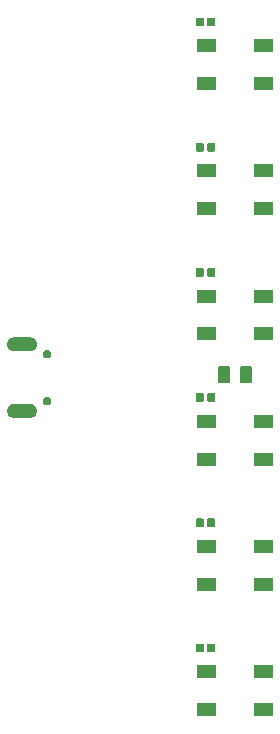
<source format=gts>
G04 #@! TF.GenerationSoftware,KiCad,Pcbnew,(5.1.5-0-10_14)*
G04 #@! TF.CreationDate,2020-04-03T00:26:54-07:00*
G04 #@! TF.ProjectId,bike-light-board,62696b65-2d6c-4696-9768-742d626f6172,rev?*
G04 #@! TF.SameCoordinates,Original*
G04 #@! TF.FileFunction,Soldermask,Top*
G04 #@! TF.FilePolarity,Negative*
%FSLAX46Y46*%
G04 Gerber Fmt 4.6, Leading zero omitted, Abs format (unit mm)*
G04 Created by KiCad (PCBNEW (5.1.5-0-10_14)) date 2020-04-03 00:26:54*
%MOMM*%
%LPD*%
G04 APERTURE LIST*
%ADD10C,0.100000*%
G04 APERTURE END LIST*
D10*
G36*
X164250999Y-132321508D02*
G01*
X162648999Y-132321508D01*
X162648999Y-131219508D01*
X164250999Y-131219508D01*
X164250999Y-132321508D01*
G37*
G36*
X159350999Y-132321508D02*
G01*
X157748999Y-132321508D01*
X157748999Y-131219508D01*
X159350999Y-131219508D01*
X159350999Y-132321508D01*
G37*
G36*
X159350999Y-129121508D02*
G01*
X157748999Y-129121508D01*
X157748999Y-128019508D01*
X159350999Y-128019508D01*
X159350999Y-129121508D01*
G37*
G36*
X164250999Y-129121508D02*
G01*
X162648999Y-129121508D01*
X162648999Y-128019508D01*
X164250999Y-128019508D01*
X164250999Y-129121508D01*
G37*
G36*
X158247246Y-126202523D02*
G01*
X158273683Y-126210543D01*
X158298052Y-126223568D01*
X158319410Y-126241097D01*
X158336939Y-126262455D01*
X158349964Y-126286824D01*
X158357984Y-126313261D01*
X158360999Y-126343875D01*
X158360999Y-126797141D01*
X158357984Y-126827755D01*
X158349964Y-126854192D01*
X158336939Y-126878561D01*
X158319410Y-126899919D01*
X158298052Y-126917448D01*
X158273683Y-126930473D01*
X158247246Y-126938493D01*
X158216632Y-126941508D01*
X157813366Y-126941508D01*
X157782752Y-126938493D01*
X157756315Y-126930473D01*
X157731946Y-126917448D01*
X157710588Y-126899919D01*
X157693059Y-126878561D01*
X157680034Y-126854192D01*
X157672014Y-126827755D01*
X157668999Y-126797141D01*
X157668999Y-126343875D01*
X157672014Y-126313261D01*
X157680034Y-126286824D01*
X157693059Y-126262455D01*
X157710588Y-126241097D01*
X157731946Y-126223568D01*
X157756315Y-126210543D01*
X157782752Y-126202523D01*
X157813366Y-126199508D01*
X158216632Y-126199508D01*
X158247246Y-126202523D01*
G37*
G36*
X159217246Y-126202523D02*
G01*
X159243683Y-126210543D01*
X159268052Y-126223568D01*
X159289410Y-126241097D01*
X159306939Y-126262455D01*
X159319964Y-126286824D01*
X159327984Y-126313261D01*
X159330999Y-126343875D01*
X159330999Y-126797141D01*
X159327984Y-126827755D01*
X159319964Y-126854192D01*
X159306939Y-126878561D01*
X159289410Y-126899919D01*
X159268052Y-126917448D01*
X159243683Y-126930473D01*
X159217246Y-126938493D01*
X159186632Y-126941508D01*
X158783366Y-126941508D01*
X158752752Y-126938493D01*
X158726315Y-126930473D01*
X158701946Y-126917448D01*
X158680588Y-126899919D01*
X158663059Y-126878561D01*
X158650034Y-126854192D01*
X158642014Y-126827755D01*
X158638999Y-126797141D01*
X158638999Y-126343875D01*
X158642014Y-126313261D01*
X158650034Y-126286824D01*
X158663059Y-126262455D01*
X158680588Y-126241097D01*
X158701946Y-126223568D01*
X158726315Y-126210543D01*
X158752752Y-126202523D01*
X158783366Y-126199508D01*
X159186632Y-126199508D01*
X159217246Y-126202523D01*
G37*
G36*
X164250999Y-121721508D02*
G01*
X162648999Y-121721508D01*
X162648999Y-120619508D01*
X164250999Y-120619508D01*
X164250999Y-121721508D01*
G37*
G36*
X159350999Y-121721508D02*
G01*
X157748999Y-121721508D01*
X157748999Y-120619508D01*
X159350999Y-120619508D01*
X159350999Y-121721508D01*
G37*
G36*
X164250999Y-118521508D02*
G01*
X162648999Y-118521508D01*
X162648999Y-117419508D01*
X164250999Y-117419508D01*
X164250999Y-118521508D01*
G37*
G36*
X159350999Y-118521508D02*
G01*
X157748999Y-118521508D01*
X157748999Y-117419508D01*
X159350999Y-117419508D01*
X159350999Y-118521508D01*
G37*
G36*
X159217246Y-115602523D02*
G01*
X159243683Y-115610543D01*
X159268052Y-115623568D01*
X159289410Y-115641097D01*
X159306939Y-115662455D01*
X159319964Y-115686824D01*
X159327984Y-115713261D01*
X159330999Y-115743875D01*
X159330999Y-116197141D01*
X159327984Y-116227755D01*
X159319964Y-116254192D01*
X159306939Y-116278561D01*
X159289410Y-116299919D01*
X159268052Y-116317448D01*
X159243683Y-116330473D01*
X159217246Y-116338493D01*
X159186632Y-116341508D01*
X158783366Y-116341508D01*
X158752752Y-116338493D01*
X158726315Y-116330473D01*
X158701946Y-116317448D01*
X158680588Y-116299919D01*
X158663059Y-116278561D01*
X158650034Y-116254192D01*
X158642014Y-116227755D01*
X158638999Y-116197141D01*
X158638999Y-115743875D01*
X158642014Y-115713261D01*
X158650034Y-115686824D01*
X158663059Y-115662455D01*
X158680588Y-115641097D01*
X158701946Y-115623568D01*
X158726315Y-115610543D01*
X158752752Y-115602523D01*
X158783366Y-115599508D01*
X159186632Y-115599508D01*
X159217246Y-115602523D01*
G37*
G36*
X158247246Y-115602523D02*
G01*
X158273683Y-115610543D01*
X158298052Y-115623568D01*
X158319410Y-115641097D01*
X158336939Y-115662455D01*
X158349964Y-115686824D01*
X158357984Y-115713261D01*
X158360999Y-115743875D01*
X158360999Y-116197141D01*
X158357984Y-116227755D01*
X158349964Y-116254192D01*
X158336939Y-116278561D01*
X158319410Y-116299919D01*
X158298052Y-116317448D01*
X158273683Y-116330473D01*
X158247246Y-116338493D01*
X158216632Y-116341508D01*
X157813366Y-116341508D01*
X157782752Y-116338493D01*
X157756315Y-116330473D01*
X157731946Y-116317448D01*
X157710588Y-116299919D01*
X157693059Y-116278561D01*
X157680034Y-116254192D01*
X157672014Y-116227755D01*
X157668999Y-116197141D01*
X157668999Y-115743875D01*
X157672014Y-115713261D01*
X157680034Y-115686824D01*
X157693059Y-115662455D01*
X157710588Y-115641097D01*
X157731946Y-115623568D01*
X157756315Y-115610543D01*
X157782752Y-115602523D01*
X157813366Y-115599508D01*
X158216632Y-115599508D01*
X158247246Y-115602523D01*
G37*
G36*
X164250999Y-111121508D02*
G01*
X162648999Y-111121508D01*
X162648999Y-110019508D01*
X164250999Y-110019508D01*
X164250999Y-111121508D01*
G37*
G36*
X159350999Y-111121508D02*
G01*
X157748999Y-111121508D01*
X157748999Y-110019508D01*
X159350999Y-110019508D01*
X159350999Y-111121508D01*
G37*
G36*
X164250999Y-107921508D02*
G01*
X162648999Y-107921508D01*
X162648999Y-106819508D01*
X164250999Y-106819508D01*
X164250999Y-107921508D01*
G37*
G36*
X159350999Y-107921508D02*
G01*
X157748999Y-107921508D01*
X157748999Y-106819508D01*
X159350999Y-106819508D01*
X159350999Y-107921508D01*
G37*
G36*
X143742813Y-105903204D02*
G01*
X143856107Y-105937571D01*
X143960514Y-105993378D01*
X144052027Y-106068480D01*
X144127129Y-106159993D01*
X144182936Y-106264400D01*
X144217303Y-106377694D01*
X144228907Y-106495508D01*
X144217303Y-106613322D01*
X144182936Y-106726616D01*
X144127129Y-106831023D01*
X144052027Y-106922536D01*
X143960514Y-106997638D01*
X143856107Y-107053445D01*
X143742813Y-107087812D01*
X143654524Y-107096508D01*
X142295474Y-107096508D01*
X142207185Y-107087812D01*
X142093891Y-107053445D01*
X141989484Y-106997638D01*
X141897971Y-106922536D01*
X141822869Y-106831023D01*
X141767062Y-106726616D01*
X141732695Y-106613322D01*
X141721091Y-106495508D01*
X141732695Y-106377694D01*
X141767062Y-106264400D01*
X141822869Y-106159993D01*
X141897971Y-106068480D01*
X141989484Y-105993378D01*
X142093891Y-105937571D01*
X142207185Y-105903204D01*
X142295474Y-105894508D01*
X143654524Y-105894508D01*
X143742813Y-105903204D01*
G37*
G36*
X145177382Y-105332997D02*
G01*
X145241263Y-105359457D01*
X145298744Y-105397864D01*
X145347643Y-105446763D01*
X145386050Y-105504244D01*
X145412510Y-105568125D01*
X145425999Y-105635938D01*
X145425999Y-105705078D01*
X145412510Y-105772891D01*
X145386050Y-105836772D01*
X145347643Y-105894253D01*
X145298744Y-105943152D01*
X145241263Y-105981559D01*
X145212729Y-105993378D01*
X145177382Y-106008019D01*
X145109569Y-106021508D01*
X145040429Y-106021508D01*
X144972616Y-106008019D01*
X144937269Y-105993378D01*
X144908735Y-105981559D01*
X144851254Y-105943152D01*
X144802355Y-105894253D01*
X144763948Y-105836772D01*
X144737488Y-105772891D01*
X144723999Y-105705078D01*
X144723999Y-105635938D01*
X144737488Y-105568125D01*
X144763948Y-105504244D01*
X144802355Y-105446763D01*
X144851254Y-105397864D01*
X144908735Y-105359457D01*
X144972616Y-105332997D01*
X145040429Y-105319508D01*
X145109569Y-105319508D01*
X145177382Y-105332997D01*
G37*
G36*
X159217246Y-105002523D02*
G01*
X159243683Y-105010543D01*
X159268052Y-105023568D01*
X159289410Y-105041097D01*
X159306939Y-105062455D01*
X159319964Y-105086824D01*
X159327984Y-105113261D01*
X159330999Y-105143875D01*
X159330999Y-105597141D01*
X159327984Y-105627755D01*
X159319964Y-105654192D01*
X159306939Y-105678561D01*
X159289410Y-105699919D01*
X159268052Y-105717448D01*
X159243683Y-105730473D01*
X159217246Y-105738493D01*
X159186632Y-105741508D01*
X158783366Y-105741508D01*
X158752752Y-105738493D01*
X158726315Y-105730473D01*
X158701946Y-105717448D01*
X158680588Y-105699919D01*
X158663059Y-105678561D01*
X158650034Y-105654192D01*
X158642014Y-105627755D01*
X158638999Y-105597141D01*
X158638999Y-105143875D01*
X158642014Y-105113261D01*
X158650034Y-105086824D01*
X158663059Y-105062455D01*
X158680588Y-105041097D01*
X158701946Y-105023568D01*
X158726315Y-105010543D01*
X158752752Y-105002523D01*
X158783366Y-104999508D01*
X159186632Y-104999508D01*
X159217246Y-105002523D01*
G37*
G36*
X158247246Y-105002523D02*
G01*
X158273683Y-105010543D01*
X158298052Y-105023568D01*
X158319410Y-105041097D01*
X158336939Y-105062455D01*
X158349964Y-105086824D01*
X158357984Y-105113261D01*
X158360999Y-105143875D01*
X158360999Y-105597141D01*
X158357984Y-105627755D01*
X158349964Y-105654192D01*
X158336939Y-105678561D01*
X158319410Y-105699919D01*
X158298052Y-105717448D01*
X158273683Y-105730473D01*
X158247246Y-105738493D01*
X158216632Y-105741508D01*
X157813366Y-105741508D01*
X157782752Y-105738493D01*
X157756315Y-105730473D01*
X157731946Y-105717448D01*
X157710588Y-105699919D01*
X157693059Y-105678561D01*
X157680034Y-105654192D01*
X157672014Y-105627755D01*
X157668999Y-105597141D01*
X157668999Y-105143875D01*
X157672014Y-105113261D01*
X157680034Y-105086824D01*
X157693059Y-105062455D01*
X157710588Y-105041097D01*
X157731946Y-105023568D01*
X157756315Y-105010543D01*
X157782752Y-105002523D01*
X157813366Y-104999508D01*
X158216632Y-104999508D01*
X158247246Y-105002523D01*
G37*
G36*
X162284772Y-102674373D02*
G01*
X162329270Y-102687871D01*
X162370275Y-102709788D01*
X162406219Y-102739288D01*
X162435719Y-102775232D01*
X162457636Y-102816237D01*
X162471134Y-102860735D01*
X162475999Y-102910125D01*
X162475999Y-103930891D01*
X162471134Y-103980281D01*
X162457636Y-104024779D01*
X162435719Y-104065784D01*
X162406219Y-104101728D01*
X162370275Y-104131228D01*
X162329270Y-104153145D01*
X162284772Y-104166643D01*
X162235382Y-104171508D01*
X161639616Y-104171508D01*
X161590226Y-104166643D01*
X161545728Y-104153145D01*
X161504723Y-104131228D01*
X161468779Y-104101728D01*
X161439279Y-104065784D01*
X161417362Y-104024779D01*
X161403864Y-103980281D01*
X161398999Y-103930891D01*
X161398999Y-102910125D01*
X161403864Y-102860735D01*
X161417362Y-102816237D01*
X161439279Y-102775232D01*
X161468779Y-102739288D01*
X161504723Y-102709788D01*
X161545728Y-102687871D01*
X161590226Y-102674373D01*
X161639616Y-102669508D01*
X162235382Y-102669508D01*
X162284772Y-102674373D01*
G37*
G36*
X160409772Y-102674373D02*
G01*
X160454270Y-102687871D01*
X160495275Y-102709788D01*
X160531219Y-102739288D01*
X160560719Y-102775232D01*
X160582636Y-102816237D01*
X160596134Y-102860735D01*
X160600999Y-102910125D01*
X160600999Y-103930891D01*
X160596134Y-103980281D01*
X160582636Y-104024779D01*
X160560719Y-104065784D01*
X160531219Y-104101728D01*
X160495275Y-104131228D01*
X160454270Y-104153145D01*
X160409772Y-104166643D01*
X160360382Y-104171508D01*
X159764616Y-104171508D01*
X159715226Y-104166643D01*
X159670728Y-104153145D01*
X159629723Y-104131228D01*
X159593779Y-104101728D01*
X159564279Y-104065784D01*
X159542362Y-104024779D01*
X159528864Y-103980281D01*
X159523999Y-103930891D01*
X159523999Y-102910125D01*
X159528864Y-102860735D01*
X159542362Y-102816237D01*
X159564279Y-102775232D01*
X159593779Y-102739288D01*
X159629723Y-102709788D01*
X159670728Y-102687871D01*
X159715226Y-102674373D01*
X159764616Y-102669508D01*
X160360382Y-102669508D01*
X160409772Y-102674373D01*
G37*
G36*
X145177382Y-101332997D02*
G01*
X145241263Y-101359457D01*
X145298744Y-101397864D01*
X145347643Y-101446763D01*
X145386050Y-101504244D01*
X145412510Y-101568125D01*
X145425999Y-101635938D01*
X145425999Y-101705078D01*
X145412510Y-101772891D01*
X145386050Y-101836772D01*
X145347643Y-101894253D01*
X145298744Y-101943152D01*
X145241263Y-101981559D01*
X145177382Y-102008019D01*
X145109569Y-102021508D01*
X145040429Y-102021508D01*
X144972616Y-102008019D01*
X144908735Y-101981559D01*
X144851254Y-101943152D01*
X144802355Y-101894253D01*
X144763948Y-101836772D01*
X144737488Y-101772891D01*
X144723999Y-101705078D01*
X144723999Y-101635938D01*
X144737488Y-101568125D01*
X144763948Y-101504244D01*
X144802355Y-101446763D01*
X144851254Y-101397864D01*
X144908735Y-101359457D01*
X144972616Y-101332997D01*
X145040429Y-101319508D01*
X145109569Y-101319508D01*
X145177382Y-101332997D01*
G37*
G36*
X143742813Y-100253204D02*
G01*
X143856107Y-100287571D01*
X143960514Y-100343378D01*
X144052027Y-100418480D01*
X144127129Y-100509993D01*
X144182936Y-100614400D01*
X144217303Y-100727694D01*
X144228907Y-100845508D01*
X144217303Y-100963322D01*
X144182936Y-101076616D01*
X144127129Y-101181023D01*
X144052027Y-101272536D01*
X143960514Y-101347638D01*
X143856107Y-101403445D01*
X143742813Y-101437812D01*
X143654524Y-101446508D01*
X142295474Y-101446508D01*
X142207185Y-101437812D01*
X142093891Y-101403445D01*
X141989484Y-101347638D01*
X141897971Y-101272536D01*
X141822869Y-101181023D01*
X141767062Y-101076616D01*
X141732695Y-100963322D01*
X141721091Y-100845508D01*
X141732695Y-100727694D01*
X141767062Y-100614400D01*
X141822869Y-100509993D01*
X141897971Y-100418480D01*
X141989484Y-100343378D01*
X142093891Y-100287571D01*
X142207185Y-100253204D01*
X142295474Y-100244508D01*
X143654524Y-100244508D01*
X143742813Y-100253204D01*
G37*
G36*
X164250999Y-100521508D02*
G01*
X162648999Y-100521508D01*
X162648999Y-99419508D01*
X164250999Y-99419508D01*
X164250999Y-100521508D01*
G37*
G36*
X159350999Y-100521508D02*
G01*
X157748999Y-100521508D01*
X157748999Y-99419508D01*
X159350999Y-99419508D01*
X159350999Y-100521508D01*
G37*
G36*
X159350999Y-97321508D02*
G01*
X157748999Y-97321508D01*
X157748999Y-96219508D01*
X159350999Y-96219508D01*
X159350999Y-97321508D01*
G37*
G36*
X164250999Y-97321508D02*
G01*
X162648999Y-97321508D01*
X162648999Y-96219508D01*
X164250999Y-96219508D01*
X164250999Y-97321508D01*
G37*
G36*
X159217246Y-94402523D02*
G01*
X159243683Y-94410543D01*
X159268052Y-94423568D01*
X159289410Y-94441097D01*
X159306939Y-94462455D01*
X159319964Y-94486824D01*
X159327984Y-94513261D01*
X159330999Y-94543875D01*
X159330999Y-94997141D01*
X159327984Y-95027755D01*
X159319964Y-95054192D01*
X159306939Y-95078561D01*
X159289410Y-95099919D01*
X159268052Y-95117448D01*
X159243683Y-95130473D01*
X159217246Y-95138493D01*
X159186632Y-95141508D01*
X158783366Y-95141508D01*
X158752752Y-95138493D01*
X158726315Y-95130473D01*
X158701946Y-95117448D01*
X158680588Y-95099919D01*
X158663059Y-95078561D01*
X158650034Y-95054192D01*
X158642014Y-95027755D01*
X158638999Y-94997141D01*
X158638999Y-94543875D01*
X158642014Y-94513261D01*
X158650034Y-94486824D01*
X158663059Y-94462455D01*
X158680588Y-94441097D01*
X158701946Y-94423568D01*
X158726315Y-94410543D01*
X158752752Y-94402523D01*
X158783366Y-94399508D01*
X159186632Y-94399508D01*
X159217246Y-94402523D01*
G37*
G36*
X158247246Y-94402523D02*
G01*
X158273683Y-94410543D01*
X158298052Y-94423568D01*
X158319410Y-94441097D01*
X158336939Y-94462455D01*
X158349964Y-94486824D01*
X158357984Y-94513261D01*
X158360999Y-94543875D01*
X158360999Y-94997141D01*
X158357984Y-95027755D01*
X158349964Y-95054192D01*
X158336939Y-95078561D01*
X158319410Y-95099919D01*
X158298052Y-95117448D01*
X158273683Y-95130473D01*
X158247246Y-95138493D01*
X158216632Y-95141508D01*
X157813366Y-95141508D01*
X157782752Y-95138493D01*
X157756315Y-95130473D01*
X157731946Y-95117448D01*
X157710588Y-95099919D01*
X157693059Y-95078561D01*
X157680034Y-95054192D01*
X157672014Y-95027755D01*
X157668999Y-94997141D01*
X157668999Y-94543875D01*
X157672014Y-94513261D01*
X157680034Y-94486824D01*
X157693059Y-94462455D01*
X157710588Y-94441097D01*
X157731946Y-94423568D01*
X157756315Y-94410543D01*
X157782752Y-94402523D01*
X157813366Y-94399508D01*
X158216632Y-94399508D01*
X158247246Y-94402523D01*
G37*
G36*
X164250999Y-89921508D02*
G01*
X162648999Y-89921508D01*
X162648999Y-88819508D01*
X164250999Y-88819508D01*
X164250999Y-89921508D01*
G37*
G36*
X159350999Y-89921508D02*
G01*
X157748999Y-89921508D01*
X157748999Y-88819508D01*
X159350999Y-88819508D01*
X159350999Y-89921508D01*
G37*
G36*
X159350999Y-86721508D02*
G01*
X157748999Y-86721508D01*
X157748999Y-85619508D01*
X159350999Y-85619508D01*
X159350999Y-86721508D01*
G37*
G36*
X164250999Y-86721508D02*
G01*
X162648999Y-86721508D01*
X162648999Y-85619508D01*
X164250999Y-85619508D01*
X164250999Y-86721508D01*
G37*
G36*
X158247246Y-83802523D02*
G01*
X158273683Y-83810543D01*
X158298052Y-83823568D01*
X158319410Y-83841097D01*
X158336939Y-83862455D01*
X158349964Y-83886824D01*
X158357984Y-83913261D01*
X158360999Y-83943875D01*
X158360999Y-84397141D01*
X158357984Y-84427755D01*
X158349964Y-84454192D01*
X158336939Y-84478561D01*
X158319410Y-84499919D01*
X158298052Y-84517448D01*
X158273683Y-84530473D01*
X158247246Y-84538493D01*
X158216632Y-84541508D01*
X157813366Y-84541508D01*
X157782752Y-84538493D01*
X157756315Y-84530473D01*
X157731946Y-84517448D01*
X157710588Y-84499919D01*
X157693059Y-84478561D01*
X157680034Y-84454192D01*
X157672014Y-84427755D01*
X157668999Y-84397141D01*
X157668999Y-83943875D01*
X157672014Y-83913261D01*
X157680034Y-83886824D01*
X157693059Y-83862455D01*
X157710588Y-83841097D01*
X157731946Y-83823568D01*
X157756315Y-83810543D01*
X157782752Y-83802523D01*
X157813366Y-83799508D01*
X158216632Y-83799508D01*
X158247246Y-83802523D01*
G37*
G36*
X159217246Y-83802523D02*
G01*
X159243683Y-83810543D01*
X159268052Y-83823568D01*
X159289410Y-83841097D01*
X159306939Y-83862455D01*
X159319964Y-83886824D01*
X159327984Y-83913261D01*
X159330999Y-83943875D01*
X159330999Y-84397141D01*
X159327984Y-84427755D01*
X159319964Y-84454192D01*
X159306939Y-84478561D01*
X159289410Y-84499919D01*
X159268052Y-84517448D01*
X159243683Y-84530473D01*
X159217246Y-84538493D01*
X159186632Y-84541508D01*
X158783366Y-84541508D01*
X158752752Y-84538493D01*
X158726315Y-84530473D01*
X158701946Y-84517448D01*
X158680588Y-84499919D01*
X158663059Y-84478561D01*
X158650034Y-84454192D01*
X158642014Y-84427755D01*
X158638999Y-84397141D01*
X158638999Y-83943875D01*
X158642014Y-83913261D01*
X158650034Y-83886824D01*
X158663059Y-83862455D01*
X158680588Y-83841097D01*
X158701946Y-83823568D01*
X158726315Y-83810543D01*
X158752752Y-83802523D01*
X158783366Y-83799508D01*
X159186632Y-83799508D01*
X159217246Y-83802523D01*
G37*
G36*
X164250999Y-79321508D02*
G01*
X162648999Y-79321508D01*
X162648999Y-78219508D01*
X164250999Y-78219508D01*
X164250999Y-79321508D01*
G37*
G36*
X159350999Y-79321508D02*
G01*
X157748999Y-79321508D01*
X157748999Y-78219508D01*
X159350999Y-78219508D01*
X159350999Y-79321508D01*
G37*
G36*
X159350999Y-76121508D02*
G01*
X157748999Y-76121508D01*
X157748999Y-75019508D01*
X159350999Y-75019508D01*
X159350999Y-76121508D01*
G37*
G36*
X164250999Y-76121508D02*
G01*
X162648999Y-76121508D01*
X162648999Y-75019508D01*
X164250999Y-75019508D01*
X164250999Y-76121508D01*
G37*
G36*
X158247246Y-73202523D02*
G01*
X158273683Y-73210543D01*
X158298052Y-73223568D01*
X158319410Y-73241097D01*
X158336939Y-73262455D01*
X158349964Y-73286824D01*
X158357984Y-73313261D01*
X158360999Y-73343875D01*
X158360999Y-73797141D01*
X158357984Y-73827755D01*
X158349964Y-73854192D01*
X158336939Y-73878561D01*
X158319410Y-73899919D01*
X158298052Y-73917448D01*
X158273683Y-73930473D01*
X158247246Y-73938493D01*
X158216632Y-73941508D01*
X157813366Y-73941508D01*
X157782752Y-73938493D01*
X157756315Y-73930473D01*
X157731946Y-73917448D01*
X157710588Y-73899919D01*
X157693059Y-73878561D01*
X157680034Y-73854192D01*
X157672014Y-73827755D01*
X157668999Y-73797141D01*
X157668999Y-73343875D01*
X157672014Y-73313261D01*
X157680034Y-73286824D01*
X157693059Y-73262455D01*
X157710588Y-73241097D01*
X157731946Y-73223568D01*
X157756315Y-73210543D01*
X157782752Y-73202523D01*
X157813366Y-73199508D01*
X158216632Y-73199508D01*
X158247246Y-73202523D01*
G37*
G36*
X159217246Y-73202523D02*
G01*
X159243683Y-73210543D01*
X159268052Y-73223568D01*
X159289410Y-73241097D01*
X159306939Y-73262455D01*
X159319964Y-73286824D01*
X159327984Y-73313261D01*
X159330999Y-73343875D01*
X159330999Y-73797141D01*
X159327984Y-73827755D01*
X159319964Y-73854192D01*
X159306939Y-73878561D01*
X159289410Y-73899919D01*
X159268052Y-73917448D01*
X159243683Y-73930473D01*
X159217246Y-73938493D01*
X159186632Y-73941508D01*
X158783366Y-73941508D01*
X158752752Y-73938493D01*
X158726315Y-73930473D01*
X158701946Y-73917448D01*
X158680588Y-73899919D01*
X158663059Y-73878561D01*
X158650034Y-73854192D01*
X158642014Y-73827755D01*
X158638999Y-73797141D01*
X158638999Y-73343875D01*
X158642014Y-73313261D01*
X158650034Y-73286824D01*
X158663059Y-73262455D01*
X158680588Y-73241097D01*
X158701946Y-73223568D01*
X158726315Y-73210543D01*
X158752752Y-73202523D01*
X158783366Y-73199508D01*
X159186632Y-73199508D01*
X159217246Y-73202523D01*
G37*
M02*

</source>
